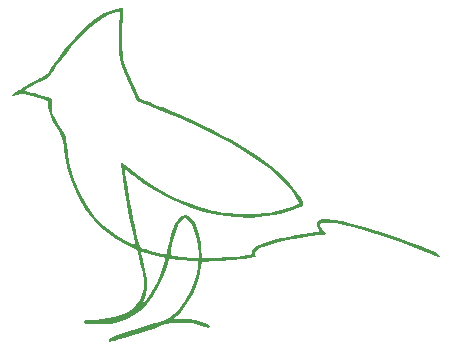
<source format=gbr>
%TF.GenerationSoftware,KiCad,Pcbnew,(6.0.5)*%
%TF.CreationDate,2022-07-25T14:13:38-03:00*%
%TF.ProjectId,bluejay_base,626c7565-6a61-4795-9f62-6173652e6b69,rev?*%
%TF.SameCoordinates,Original*%
%TF.FileFunction,Legend,Bot*%
%TF.FilePolarity,Positive*%
%FSLAX46Y46*%
G04 Gerber Fmt 4.6, Leading zero omitted, Abs format (unit mm)*
G04 Created by KiCad (PCBNEW (6.0.5)) date 2022-07-25 14:13:38*
%MOMM*%
%LPD*%
G01*
G04 APERTURE LIST*
G04 APERTURE END LIST*
%TO.C,G\u002A\u002A\u002A*%
G36*
X-12018814Y-365223D02*
G01*
X-11952933Y-80852D01*
X-11775090Y630562D01*
X-11596617Y1193003D01*
X-11409563Y1626673D01*
X-11205974Y1951774D01*
X-11107159Y2067699D01*
X-10818137Y2288851D01*
X-10529748Y2351736D01*
X-10250107Y2267253D01*
X-9987331Y2046305D01*
X-9749535Y1699791D01*
X-9544834Y1238612D01*
X-9381346Y673669D01*
X-9267186Y15863D01*
X-9222848Y-463152D01*
X-9170375Y-1299971D01*
X-7765688Y-1253389D01*
X-7229485Y-1230453D01*
X-6691469Y-1198420D01*
X-6200994Y-1160830D01*
X-5807414Y-1121227D01*
X-5670677Y-1103036D01*
X-5330233Y-1048400D01*
X-5121519Y-999149D01*
X-5008373Y-938601D01*
X-4954637Y-850074D01*
X-4933050Y-762747D01*
X-4806204Y-539666D01*
X-4519434Y-312812D01*
X-4081868Y-88164D01*
X-3644902Y80600D01*
X-3332606Y173200D01*
X-2890405Y283383D01*
X-2355824Y403429D01*
X-1766391Y525619D01*
X-1159630Y642231D01*
X-573070Y745545D01*
X-44235Y827842D01*
X52500Y841262D01*
X381509Y891555D01*
X634834Y941291D01*
X774740Y982548D01*
X790640Y996246D01*
X742760Y1099166D01*
X663640Y1215349D01*
X547841Y1478056D01*
X586986Y1725842D01*
X754910Y1908015D01*
X1029302Y2004309D01*
X1444701Y2025155D01*
X2002597Y1970252D01*
X2704478Y1839300D01*
X3551834Y1631999D01*
X4546154Y1348047D01*
X5688928Y987145D01*
X6254333Y798768D01*
X7231828Y463562D01*
X8116282Y150477D01*
X8898143Y-136686D01*
X9567860Y-394129D01*
X10115883Y-618050D01*
X10532662Y-804650D01*
X10808645Y-950128D01*
X10934282Y-1050685D01*
X10940706Y-1065915D01*
X10951423Y-1123308D01*
X10945769Y-1161814D01*
X10905425Y-1175993D01*
X10812070Y-1160407D01*
X10647383Y-1109614D01*
X10393045Y-1018176D01*
X10030736Y-880652D01*
X9542134Y-691603D01*
X9095091Y-517901D01*
X7853972Y-47200D01*
X6678355Y375752D01*
X5580228Y747401D01*
X4571579Y1064196D01*
X3664396Y1322583D01*
X2870666Y1519009D01*
X2202377Y1649920D01*
X1671517Y1711765D01*
X1557619Y1716091D01*
X1156091Y1711682D01*
X911710Y1672657D01*
X813557Y1585086D01*
X850712Y1435041D01*
X1012257Y1208591D01*
X1088512Y1117630D01*
X1242464Y919158D01*
X1324025Y775862D01*
X1324017Y729381D01*
X1211632Y702203D01*
X982016Y667735D01*
X708666Y636011D01*
X-13315Y548509D01*
X-771774Y432184D01*
X-1533937Y294003D01*
X-2267030Y140930D01*
X-2938278Y-20069D01*
X-3514906Y-182027D01*
X-3964141Y-337978D01*
X-4055998Y-376668D01*
X-4408450Y-554279D01*
X-4609307Y-713898D01*
X-4672927Y-871197D01*
X-4633848Y-1007424D01*
X-4599684Y-1102326D01*
X-4644147Y-1165231D01*
X-4798700Y-1216535D01*
X-5030139Y-1264350D01*
X-5754414Y-1379474D01*
X-6623411Y-1476689D01*
X-7613225Y-1553514D01*
X-8071912Y-1579760D01*
X-9190158Y-1637333D01*
X-9241720Y-2028833D01*
X-9318057Y-2447921D01*
X-9440495Y-2945284D01*
X-9591451Y-3461377D01*
X-9753348Y-3936658D01*
X-9908602Y-4311584D01*
X-9926479Y-4348055D01*
X-10220137Y-4865058D01*
X-10571013Y-5377047D01*
X-10940271Y-5831666D01*
X-11272069Y-6162170D01*
X-11655639Y-6490036D01*
X-11065228Y-6456675D01*
X-10354272Y-6469482D01*
X-9644647Y-6578060D01*
X-9004427Y-6770855D01*
X-8865005Y-6830035D01*
X-8606061Y-6960199D01*
X-8489877Y-7055156D01*
X-8497733Y-7130677D01*
X-8502364Y-7135563D01*
X-8616236Y-7182268D01*
X-8807218Y-7139363D01*
X-8919359Y-7094302D01*
X-9405599Y-6919494D01*
X-9913363Y-6814576D01*
X-10501510Y-6769132D01*
X-10778623Y-6765272D01*
X-11354567Y-6775948D01*
X-11806937Y-6812762D01*
X-12180429Y-6882892D01*
X-12519736Y-6993515D01*
X-12711000Y-7075608D01*
X-12906112Y-7152195D01*
X-13232546Y-7265969D01*
X-13658922Y-7407187D01*
X-14153864Y-7566109D01*
X-14685991Y-7732994D01*
X-15223925Y-7898100D01*
X-15736288Y-8051687D01*
X-16191700Y-8184013D01*
X-16558782Y-8285336D01*
X-16796167Y-8343803D01*
X-16987582Y-8368718D01*
X-17063347Y-8322212D01*
X-17071334Y-8264740D01*
X-17000108Y-8142813D01*
X-16825678Y-8025763D01*
X-16796167Y-8012748D01*
X-16502004Y-7899256D01*
X-16084403Y-7749168D01*
X-15581899Y-7575265D01*
X-15033029Y-7390330D01*
X-14476329Y-7207144D01*
X-13950335Y-7038489D01*
X-13493581Y-6897147D01*
X-13144606Y-6795899D01*
X-13060345Y-6773638D01*
X-12482694Y-6589731D01*
X-11987817Y-6340212D01*
X-11526848Y-5994662D01*
X-11051142Y-5522902D01*
X-10584150Y-4915131D01*
X-10175567Y-4192947D01*
X-9847151Y-3407258D01*
X-9620664Y-2608970D01*
X-9523905Y-1949901D01*
X-9496492Y-1573666D01*
X-10214746Y-1522642D01*
X-10630192Y-1490098D01*
X-11057280Y-1451767D01*
X-11410389Y-1415385D01*
X-11441000Y-1411838D01*
X-11949000Y-1352058D01*
X-12158100Y-2055529D01*
X-12463742Y-2907356D01*
X-12858037Y-3728866D01*
X-13320150Y-4486412D01*
X-13829242Y-5146351D01*
X-14364478Y-5675038D01*
X-14435590Y-5732925D01*
X-14951330Y-6087196D01*
X-15548236Y-6410027D01*
X-16155595Y-6666266D01*
X-16563334Y-6790682D01*
X-16867271Y-6841498D01*
X-17270882Y-6877829D01*
X-17724147Y-6898620D01*
X-18177048Y-6902816D01*
X-18579564Y-6889362D01*
X-18881678Y-6857203D01*
X-18955167Y-6841135D01*
X-19123478Y-6760122D01*
X-19188000Y-6664920D01*
X-19143110Y-6612541D01*
X-18995091Y-6571232D01*
X-18723920Y-6537824D01*
X-18309577Y-6509150D01*
X-18150834Y-6500822D01*
X-17158884Y-6404962D01*
X-16310102Y-6222560D01*
X-15601483Y-5952557D01*
X-15030025Y-5593895D01*
X-14709693Y-5289159D01*
X-14404746Y-4866336D01*
X-14202459Y-4396095D01*
X-14101010Y-3859445D01*
X-14098576Y-3237397D01*
X-14193333Y-2510961D01*
X-14367415Y-1723745D01*
X-14598621Y-813972D01*
X-14328472Y-813972D01*
X-14323750Y-831558D01*
X-14243993Y-1081906D01*
X-14146751Y-1448943D01*
X-14043286Y-1882484D01*
X-13944864Y-2332341D01*
X-13862747Y-2748329D01*
X-13808199Y-3080261D01*
X-13796306Y-3181613D01*
X-13800417Y-3778265D01*
X-13907866Y-4388032D01*
X-14080562Y-4875666D01*
X-14123033Y-4997155D01*
X-14085622Y-5000028D01*
X-13985144Y-4904677D01*
X-13838411Y-4731497D01*
X-13662239Y-4500880D01*
X-13473440Y-4233219D01*
X-13288828Y-3948910D01*
X-13213101Y-3823526D01*
X-12975142Y-3374871D01*
X-12737036Y-2850158D01*
X-12523424Y-2310061D01*
X-12358950Y-1815252D01*
X-12291986Y-1555629D01*
X-12266642Y-1365706D01*
X-12325889Y-1275962D01*
X-12472127Y-1231687D01*
X-12655097Y-1186465D01*
X-12952270Y-1107199D01*
X-13315203Y-1006966D01*
X-13541406Y-943048D01*
X-13924216Y-838305D01*
X-14168349Y-783966D01*
X-14295777Y-776898D01*
X-14328472Y-813972D01*
X-14598621Y-813972D01*
X-14652027Y-603823D01*
X-15345549Y-271048D01*
X-16467541Y351153D01*
X-17462665Y1081041D01*
X-18332213Y1920584D01*
X-19077477Y2871748D01*
X-19699749Y3936502D01*
X-20200321Y5116814D01*
X-20580486Y6414652D01*
X-20841536Y7831983D01*
X-20883351Y8162092D01*
X-20933691Y8558499D01*
X-20988587Y8844548D01*
X-21069002Y9078417D01*
X-21195901Y9318283D01*
X-21390246Y9622325D01*
X-21432504Y9686092D01*
X-21742313Y10203856D01*
X-21983946Y10711722D01*
X-22145099Y11176958D01*
X-22213468Y11566833D01*
X-22206040Y11743823D01*
X-22189442Y11869364D01*
X-22201544Y11965066D01*
X-22264929Y12042514D01*
X-22402181Y12113291D01*
X-22635883Y12188985D01*
X-22988619Y12281179D01*
X-23482971Y12401458D01*
X-23492483Y12403753D01*
X-23906960Y12501978D01*
X-24198089Y12562109D01*
X-24406855Y12586898D01*
X-24574242Y12579093D01*
X-24741237Y12541447D01*
X-24884906Y12497194D01*
X-25131670Y12426399D01*
X-25304419Y12392024D01*
X-25353278Y12395056D01*
X-25306796Y12456781D01*
X-25140552Y12585739D01*
X-24881688Y12764944D01*
X-24679073Y12897669D01*
X-24162558Y12897669D01*
X-24071343Y12863522D01*
X-23853150Y12798853D01*
X-23545234Y12714389D01*
X-23330718Y12658105D01*
X-22939899Y12553681D01*
X-22570751Y12448940D01*
X-22281597Y12360661D01*
X-22193667Y12330974D01*
X-21855000Y12209952D01*
X-21879740Y11668143D01*
X-21881393Y11338611D01*
X-21839434Y11070454D01*
X-21736461Y10784147D01*
X-21640757Y10576000D01*
X-21446044Y10210159D01*
X-21212518Y9827704D01*
X-21038665Y9577049D01*
X-20879220Y9355355D01*
X-20774000Y9165934D01*
X-20706083Y8957811D01*
X-20658546Y8680013D01*
X-20617042Y8307049D01*
X-20403456Y6881183D01*
X-20063002Y5567380D01*
X-19595499Y4365344D01*
X-19000766Y3274780D01*
X-18278623Y2295393D01*
X-17428889Y1426889D01*
X-16451383Y668972D01*
X-15632000Y171680D01*
X-15254544Y-26458D01*
X-15002245Y-137228D01*
X-14857335Y-164070D01*
X-14802048Y-110425D01*
X-14816859Y13834D01*
X-14939998Y507278D01*
X-15080317Y1129048D01*
X-15230258Y1839953D01*
X-15382258Y2600802D01*
X-15528757Y3372407D01*
X-15662194Y4115575D01*
X-15775009Y4791118D01*
X-15859640Y5359843D01*
X-15882660Y5538334D01*
X-15928775Y5909120D01*
X-15971876Y6240694D01*
X-16004847Y6478810D01*
X-16013185Y6533167D01*
X-16019736Y6700743D01*
X-15983657Y6766000D01*
X-15891672Y6716120D01*
X-15702952Y6582748D01*
X-15451272Y6390287D01*
X-15329607Y6293429D01*
X-14518210Y5680492D01*
X-13624054Y5076188D01*
X-12691149Y4506753D01*
X-11763504Y3998418D01*
X-10885129Y3577420D01*
X-10509667Y3420282D01*
X-9828346Y3175735D01*
X-9052429Y2938799D01*
X-8256130Y2730411D01*
X-7513662Y2571508D01*
X-7478093Y2565023D01*
X-6860212Y2483534D01*
X-6133175Y2435645D01*
X-5353797Y2421366D01*
X-4578890Y2440712D01*
X-3865269Y2493694D01*
X-3355334Y2564098D01*
X-2870602Y2664108D01*
X-2386764Y2786509D01*
X-1931597Y2921709D01*
X-1532877Y3060117D01*
X-1218381Y3192142D01*
X-1015885Y3308192D01*
X-952456Y3393828D01*
X-1014422Y3566569D01*
X-1168395Y3832843D01*
X-1392409Y4160946D01*
X-1664497Y4519174D01*
X-1962696Y4875824D01*
X-2036768Y4958835D01*
X-2697662Y5614838D01*
X-3511184Y6295671D01*
X-4463799Y6993556D01*
X-5541970Y7700718D01*
X-6732160Y8409378D01*
X-8020834Y9111762D01*
X-9394456Y9800090D01*
X-10839490Y10466588D01*
X-12342398Y11103478D01*
X-13563765Y11581345D01*
X-14653490Y11992200D01*
X-15353320Y13533020D01*
X-15630897Y14158728D01*
X-15845842Y14690231D01*
X-16004857Y15164129D01*
X-16114647Y15617026D01*
X-16181915Y16085524D01*
X-16213365Y16606225D01*
X-16215699Y17215731D01*
X-16195621Y17950645D01*
X-16190045Y18101708D01*
X-16134301Y19573748D01*
X-16424338Y19526682D01*
X-16947531Y19371420D01*
X-17533085Y19068335D01*
X-18172384Y18623341D01*
X-18856815Y18042357D01*
X-19494841Y17417871D01*
X-19831244Y17051413D01*
X-20215275Y16604287D01*
X-20621177Y16109339D01*
X-21023189Y15599416D01*
X-21395553Y15107364D01*
X-21712510Y14666029D01*
X-21948301Y14308257D01*
X-21994828Y14230037D01*
X-22148805Y14022864D01*
X-22364621Y13864500D01*
X-22679840Y13721427D01*
X-22957703Y13601575D01*
X-23268704Y13450627D01*
X-23578623Y13287592D01*
X-23853242Y13131483D01*
X-24058340Y13001311D01*
X-24159699Y12916087D01*
X-24162558Y12897669D01*
X-24679073Y12897669D01*
X-24557346Y12977408D01*
X-24194667Y13206145D01*
X-23820794Y13434169D01*
X-23462869Y13644492D01*
X-23148035Y13820129D01*
X-22903431Y13944092D01*
X-22822680Y13978812D01*
X-22503983Y14124078D01*
X-22297159Y14282788D01*
X-22155183Y14481919D01*
X-21975007Y14769122D01*
X-21708148Y15151797D01*
X-21379353Y15597912D01*
X-21013366Y16075435D01*
X-20634935Y16552332D01*
X-20268805Y16996572D01*
X-19939721Y17376122D01*
X-19810257Y17517340D01*
X-18995436Y18317186D01*
X-18206005Y18954081D01*
X-17443499Y19426994D01*
X-16709453Y19734896D01*
X-16375617Y19822127D01*
X-16110071Y19870343D01*
X-15919440Y19891495D01*
X-15854895Y19885062D01*
X-15846964Y19792019D01*
X-15848357Y19558795D01*
X-15858309Y19214240D01*
X-15876054Y18787206D01*
X-15892953Y18450000D01*
X-15919799Y17737390D01*
X-15924790Y17050047D01*
X-15908042Y16443097D01*
X-15888072Y16145710D01*
X-15857445Y15823199D01*
X-15822145Y15556895D01*
X-15771797Y15313101D01*
X-15696022Y15058119D01*
X-15584443Y14758252D01*
X-15426684Y14379803D01*
X-15212368Y13889076D01*
X-15148731Y13744892D01*
X-14869531Y13128804D01*
X-14644907Y12668710D01*
X-14472935Y12360974D01*
X-14351687Y12201961D01*
X-14319667Y12180247D01*
X-14192041Y12128816D01*
X-13933043Y12026102D01*
X-13569004Y11882488D01*
X-13126258Y11708357D01*
X-12631136Y11514094D01*
X-12499334Y11462453D01*
X-11746388Y11154614D01*
X-10912095Y10791100D01*
X-10027346Y10387050D01*
X-9123033Y9957604D01*
X-8230047Y9517901D01*
X-7379279Y9083082D01*
X-6601620Y8668286D01*
X-5927961Y8288653D01*
X-5514334Y8039114D01*
X-4328699Y7253020D01*
X-3291215Y6476270D01*
X-2406538Y5712920D01*
X-1679324Y4967024D01*
X-1114231Y4242637D01*
X-1059156Y4159832D01*
X-806189Y3768747D01*
X-649042Y3491247D01*
X-593668Y3297399D01*
X-646023Y3157269D01*
X-812059Y3040923D01*
X-1097732Y2918426D01*
X-1323334Y2831710D01*
X-2485340Y2470473D01*
X-3729436Y2239695D01*
X-5029916Y2139243D01*
X-6361071Y2168986D01*
X-7697196Y2328792D01*
X-9012583Y2618530D01*
X-9840932Y2875306D01*
X-10866094Y3279215D01*
X-11944005Y3789432D01*
X-13023807Y4378331D01*
X-14054638Y5018285D01*
X-14932728Y5641104D01*
X-15225296Y5861668D01*
X-15465212Y6037637D01*
X-15622629Y6147410D01*
X-15668239Y6173334D01*
X-15680180Y6094046D01*
X-15661093Y5870399D01*
X-15614909Y5523720D01*
X-15545560Y5075336D01*
X-15456977Y4546574D01*
X-15353091Y3958759D01*
X-15237834Y3333220D01*
X-15115138Y2691282D01*
X-14988934Y2054271D01*
X-14863152Y1443516D01*
X-14741726Y880342D01*
X-14628585Y386076D01*
X-14527662Y-17955D01*
X-14525238Y-27060D01*
X-14428322Y-257264D01*
X-14298358Y-416795D01*
X-14274438Y-432216D01*
X-14133105Y-487190D01*
X-13881590Y-566623D01*
X-13557906Y-660404D01*
X-13200066Y-758423D01*
X-12846085Y-850567D01*
X-12533975Y-926726D01*
X-12301750Y-976788D01*
X-12187423Y-990641D01*
X-12182446Y-988668D01*
X-12152533Y-898816D01*
X-12150760Y-892047D01*
X-11820784Y-892047D01*
X-11813058Y-1043658D01*
X-11789745Y-1071986D01*
X-11619885Y-1110282D01*
X-11328777Y-1153144D01*
X-10964229Y-1195431D01*
X-10574049Y-1231999D01*
X-10206043Y-1257704D01*
X-9980500Y-1266623D01*
X-9451334Y-1277333D01*
X-9454288Y-832833D01*
X-9490029Y-262097D01*
X-9582849Y308913D01*
X-9722305Y848666D01*
X-9897954Y1325630D01*
X-10099356Y1708276D01*
X-10316067Y1965072D01*
X-10400039Y2022977D01*
X-10556540Y2093871D01*
X-10674892Y2078814D01*
X-10823270Y1961673D01*
X-10877891Y1909907D01*
X-11091098Y1635263D01*
X-11289271Y1229277D01*
X-11477109Y679973D01*
X-11659305Y-24627D01*
X-11690432Y-162412D01*
X-11780333Y-602182D01*
X-11820784Y-892047D01*
X-12150760Y-892047D01*
X-12094995Y-679160D01*
X-12018814Y-365223D01*
G37*
%TD*%
M02*

</source>
